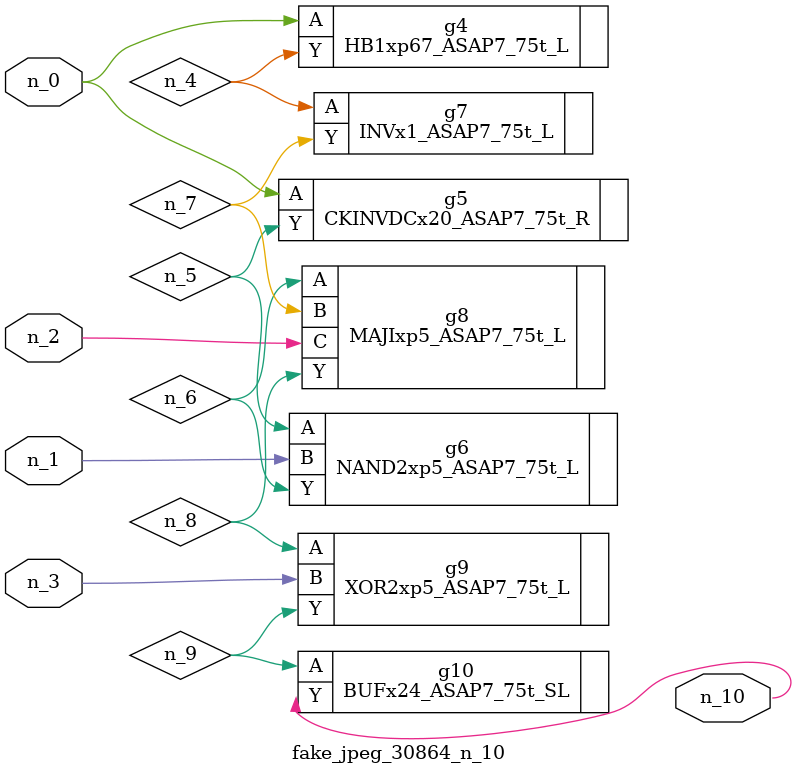
<source format=v>
module fake_jpeg_30864_n_10 (n_0, n_3, n_2, n_1, n_10);

input n_0;
input n_3;
input n_2;
input n_1;

output n_10;

wire n_4;
wire n_8;
wire n_9;
wire n_6;
wire n_5;
wire n_7;

HB1xp67_ASAP7_75t_L g4 ( 
.A(n_0),
.Y(n_4)
);

CKINVDCx20_ASAP7_75t_R g5 ( 
.A(n_0),
.Y(n_5)
);

NAND2xp5_ASAP7_75t_L g6 ( 
.A(n_5),
.B(n_1),
.Y(n_6)
);

MAJIxp5_ASAP7_75t_L g8 ( 
.A(n_6),
.B(n_7),
.C(n_2),
.Y(n_8)
);

INVx1_ASAP7_75t_L g7 ( 
.A(n_4),
.Y(n_7)
);

XOR2xp5_ASAP7_75t_L g9 ( 
.A(n_8),
.B(n_3),
.Y(n_9)
);

BUFx24_ASAP7_75t_SL g10 ( 
.A(n_9),
.Y(n_10)
);


endmodule
</source>
